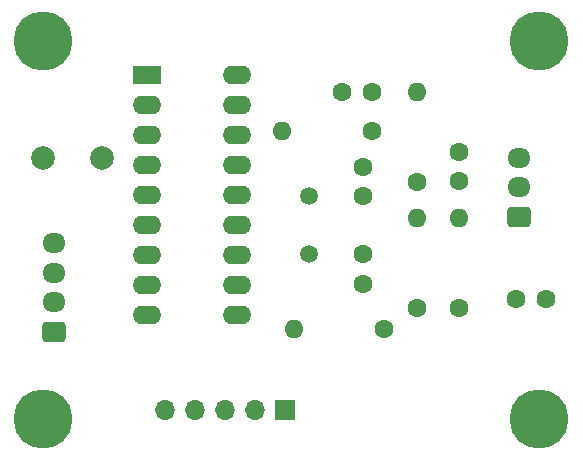
<source format=gbr>
%TF.GenerationSoftware,KiCad,Pcbnew,8.0.7-8.0.7-0~ubuntu22.04.1*%
%TF.CreationDate,2024-12-13T16:21:25+09:00*%
%TF.ProjectId,M252VOLTERA,4d323532-564f-44c5-9445-52412e6b6963,rev?*%
%TF.SameCoordinates,Original*%
%TF.FileFunction,Soldermask,Top*%
%TF.FilePolarity,Negative*%
%FSLAX46Y46*%
G04 Gerber Fmt 4.6, Leading zero omitted, Abs format (unit mm)*
G04 Created by KiCad (PCBNEW 8.0.7-8.0.7-0~ubuntu22.04.1) date 2024-12-13 16:21:25*
%MOMM*%
%LPD*%
G01*
G04 APERTURE LIST*
G04 Aperture macros list*
%AMRoundRect*
0 Rectangle with rounded corners*
0 $1 Rounding radius*
0 $2 $3 $4 $5 $6 $7 $8 $9 X,Y pos of 4 corners*
0 Add a 4 corners polygon primitive as box body*
4,1,4,$2,$3,$4,$5,$6,$7,$8,$9,$2,$3,0*
0 Add four circle primitives for the rounded corners*
1,1,$1+$1,$2,$3*
1,1,$1+$1,$4,$5*
1,1,$1+$1,$6,$7*
1,1,$1+$1,$8,$9*
0 Add four rect primitives between the rounded corners*
20,1,$1+$1,$2,$3,$4,$5,0*
20,1,$1+$1,$4,$5,$6,$7,0*
20,1,$1+$1,$6,$7,$8,$9,0*
20,1,$1+$1,$8,$9,$2,$3,0*%
G04 Aperture macros list end*
%ADD10RoundRect,0.250000X0.725000X-0.600000X0.725000X0.600000X-0.725000X0.600000X-0.725000X-0.600000X0*%
%ADD11O,1.950000X1.700000*%
%ADD12C,1.600000*%
%ADD13O,1.600000X1.600000*%
%ADD14C,2.000000*%
%ADD15C,5.000000*%
%ADD16R,2.400000X1.600000*%
%ADD17O,2.400000X1.600000*%
%ADD18C,1.500000*%
%ADD19R,1.700000X1.700000*%
%ADD20O,1.700000X1.700000*%
G04 APERTURE END LIST*
D10*
%TO.C,J101*%
X104902000Y-88646000D03*
D11*
X104902000Y-86146000D03*
X104902000Y-83646000D03*
X104902000Y-81146000D03*
%TD*%
D12*
%TO.C,R101*%
X135620000Y-75990000D03*
D13*
X135620000Y-68370000D03*
%TD*%
D12*
%TO.C,C102*%
X131064000Y-82082000D03*
X131064000Y-84582000D03*
%TD*%
D14*
%TO.C,SW101*%
X109000000Y-73914000D03*
X104000000Y-73914000D03*
%TD*%
D15*
%TO.C,REF\u002A\u002A*%
X104000000Y-96000000D03*
%TD*%
D12*
%TO.C,R104*%
X139192000Y-86614000D03*
D13*
X139192000Y-78994000D03*
%TD*%
D15*
%TO.C,REF\u002A\u002A*%
X104000000Y-64000000D03*
%TD*%
D12*
%TO.C,R105*%
X132810000Y-88417400D03*
D13*
X125190000Y-88417400D03*
%TD*%
D16*
%TO.C,IC101*%
X112776000Y-66929000D03*
D17*
X112776000Y-69469000D03*
X112776000Y-72009000D03*
X112776000Y-74549000D03*
X112776000Y-77089000D03*
X112776000Y-79629000D03*
X112776000Y-82169000D03*
X112776000Y-84709000D03*
X112776000Y-87249000D03*
X120396000Y-87249000D03*
X120396000Y-84709000D03*
X120396000Y-82169000D03*
X120396000Y-79629000D03*
X120396000Y-77089000D03*
X120396000Y-74549000D03*
X120396000Y-72009000D03*
X120396000Y-69469000D03*
X120396000Y-66929000D03*
%TD*%
D12*
%TO.C,C101*%
X146538000Y-85852000D03*
X144038000Y-85852000D03*
%TD*%
D18*
%TO.C,Q101*%
X126492000Y-77162000D03*
X126492000Y-82042000D03*
%TD*%
D12*
%TO.C,R103*%
X131826000Y-71628000D03*
D13*
X124206000Y-71628000D03*
%TD*%
D12*
%TO.C,C104*%
X131806000Y-68326000D03*
X129306000Y-68326000D03*
%TD*%
D19*
%TO.C,J102*%
X124420000Y-95250000D03*
D20*
X121880000Y-95250000D03*
X119340000Y-95250000D03*
X116800000Y-95250000D03*
X114260000Y-95250000D03*
%TD*%
D12*
%TO.C,C105*%
X139192000Y-73426000D03*
X139192000Y-75926000D03*
%TD*%
D15*
%TO.C,REF\u002A\u002A*%
X146000000Y-64000000D03*
%TD*%
D12*
%TO.C,R102*%
X135625000Y-86620000D03*
D13*
X135625000Y-79000000D03*
%TD*%
D10*
%TO.C,J103*%
X144304000Y-78918000D03*
D11*
X144304000Y-76418000D03*
X144304000Y-73918000D03*
%TD*%
D15*
%TO.C,REF\u002A\u002A*%
X146000000Y-96000000D03*
%TD*%
D12*
%TO.C,C103*%
X131038600Y-77165200D03*
X131038600Y-74665200D03*
%TD*%
M02*

</source>
